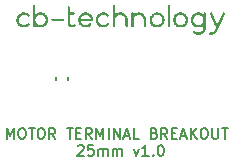
<source format=gbr>
%TF.GenerationSoftware,KiCad,Pcbnew,(6.0.0)*%
%TF.CreationDate,2022-07-17T22:10:51+12:00*%
%TF.ProjectId,MOTOR_TERMINAL_BREAKOUT_25,4d4f544f-525f-4544-9552-4d494e414c5f,0A*%
%TF.SameCoordinates,Original*%
%TF.FileFunction,Legend,Top*%
%TF.FilePolarity,Positive*%
%FSLAX46Y46*%
G04 Gerber Fmt 4.6, Leading zero omitted, Abs format (unit mm)*
G04 Created by KiCad (PCBNEW (6.0.0)) date 2022-07-17 22:10:51*
%MOMM*%
%LPD*%
G01*
G04 APERTURE LIST*
%ADD10C,0.200000*%
%ADD11C,0.150000*%
G04 APERTURE END LIST*
D10*
X210357142Y-155082642D02*
X210357142Y-154182642D01*
X210657142Y-154825500D01*
X210957142Y-154182642D01*
X210957142Y-155082642D01*
X211557142Y-154182642D02*
X211728571Y-154182642D01*
X211814285Y-154225500D01*
X211900000Y-154311214D01*
X211942857Y-154482642D01*
X211942857Y-154782642D01*
X211900000Y-154954071D01*
X211814285Y-155039785D01*
X211728571Y-155082642D01*
X211557142Y-155082642D01*
X211471428Y-155039785D01*
X211385714Y-154954071D01*
X211342857Y-154782642D01*
X211342857Y-154482642D01*
X211385714Y-154311214D01*
X211471428Y-154225500D01*
X211557142Y-154182642D01*
X212200000Y-154182642D02*
X212714285Y-154182642D01*
X212457142Y-155082642D02*
X212457142Y-154182642D01*
X213185714Y-154182642D02*
X213357142Y-154182642D01*
X213442857Y-154225500D01*
X213528571Y-154311214D01*
X213571428Y-154482642D01*
X213571428Y-154782642D01*
X213528571Y-154954071D01*
X213442857Y-155039785D01*
X213357142Y-155082642D01*
X213185714Y-155082642D01*
X213100000Y-155039785D01*
X213014285Y-154954071D01*
X212971428Y-154782642D01*
X212971428Y-154482642D01*
X213014285Y-154311214D01*
X213100000Y-154225500D01*
X213185714Y-154182642D01*
X214471428Y-155082642D02*
X214171428Y-154654071D01*
X213957142Y-155082642D02*
X213957142Y-154182642D01*
X214300000Y-154182642D01*
X214385714Y-154225500D01*
X214428571Y-154268357D01*
X214471428Y-154354071D01*
X214471428Y-154482642D01*
X214428571Y-154568357D01*
X214385714Y-154611214D01*
X214300000Y-154654071D01*
X213957142Y-154654071D01*
X215414285Y-154182642D02*
X215928571Y-154182642D01*
X215671428Y-155082642D02*
X215671428Y-154182642D01*
X216228571Y-154611214D02*
X216528571Y-154611214D01*
X216657142Y-155082642D02*
X216228571Y-155082642D01*
X216228571Y-154182642D01*
X216657142Y-154182642D01*
X217557142Y-155082642D02*
X217257142Y-154654071D01*
X217042857Y-155082642D02*
X217042857Y-154182642D01*
X217385714Y-154182642D01*
X217471428Y-154225500D01*
X217514285Y-154268357D01*
X217557142Y-154354071D01*
X217557142Y-154482642D01*
X217514285Y-154568357D01*
X217471428Y-154611214D01*
X217385714Y-154654071D01*
X217042857Y-154654071D01*
X217942857Y-155082642D02*
X217942857Y-154182642D01*
X218242857Y-154825500D01*
X218542857Y-154182642D01*
X218542857Y-155082642D01*
X218971428Y-155082642D02*
X218971428Y-154182642D01*
X219400000Y-155082642D02*
X219400000Y-154182642D01*
X219914285Y-155082642D01*
X219914285Y-154182642D01*
X220300000Y-154825500D02*
X220728571Y-154825500D01*
X220214285Y-155082642D02*
X220514285Y-154182642D01*
X220814285Y-155082642D01*
X221542857Y-155082642D02*
X221114285Y-155082642D01*
X221114285Y-154182642D01*
X222828571Y-154611214D02*
X222957142Y-154654071D01*
X223000000Y-154696928D01*
X223042857Y-154782642D01*
X223042857Y-154911214D01*
X223000000Y-154996928D01*
X222957142Y-155039785D01*
X222871428Y-155082642D01*
X222528571Y-155082642D01*
X222528571Y-154182642D01*
X222828571Y-154182642D01*
X222914285Y-154225500D01*
X222957142Y-154268357D01*
X223000000Y-154354071D01*
X223000000Y-154439785D01*
X222957142Y-154525500D01*
X222914285Y-154568357D01*
X222828571Y-154611214D01*
X222528571Y-154611214D01*
X223942857Y-155082642D02*
X223642857Y-154654071D01*
X223428571Y-155082642D02*
X223428571Y-154182642D01*
X223771428Y-154182642D01*
X223857142Y-154225500D01*
X223900000Y-154268357D01*
X223942857Y-154354071D01*
X223942857Y-154482642D01*
X223900000Y-154568357D01*
X223857142Y-154611214D01*
X223771428Y-154654071D01*
X223428571Y-154654071D01*
X224328571Y-154611214D02*
X224628571Y-154611214D01*
X224757142Y-155082642D02*
X224328571Y-155082642D01*
X224328571Y-154182642D01*
X224757142Y-154182642D01*
X225100000Y-154825500D02*
X225528571Y-154825500D01*
X225014285Y-155082642D02*
X225314285Y-154182642D01*
X225614285Y-155082642D01*
X225914285Y-155082642D02*
X225914285Y-154182642D01*
X226428571Y-155082642D02*
X226042857Y-154568357D01*
X226428571Y-154182642D02*
X225914285Y-154696928D01*
X226985714Y-154182642D02*
X227157142Y-154182642D01*
X227242857Y-154225500D01*
X227328571Y-154311214D01*
X227371428Y-154482642D01*
X227371428Y-154782642D01*
X227328571Y-154954071D01*
X227242857Y-155039785D01*
X227157142Y-155082642D01*
X226985714Y-155082642D01*
X226900000Y-155039785D01*
X226814285Y-154954071D01*
X226771428Y-154782642D01*
X226771428Y-154482642D01*
X226814285Y-154311214D01*
X226900000Y-154225500D01*
X226985714Y-154182642D01*
X227757142Y-154182642D02*
X227757142Y-154911214D01*
X227800000Y-154996928D01*
X227842857Y-155039785D01*
X227928571Y-155082642D01*
X228100000Y-155082642D01*
X228185714Y-155039785D01*
X228228571Y-154996928D01*
X228271428Y-154911214D01*
X228271428Y-154182642D01*
X228571428Y-154182642D02*
X229085714Y-154182642D01*
X228828571Y-155082642D02*
X228828571Y-154182642D01*
X216357142Y-155717357D02*
X216400000Y-155674500D01*
X216485714Y-155631642D01*
X216700000Y-155631642D01*
X216785714Y-155674500D01*
X216828571Y-155717357D01*
X216871428Y-155803071D01*
X216871428Y-155888785D01*
X216828571Y-156017357D01*
X216314285Y-156531642D01*
X216871428Y-156531642D01*
X217685714Y-155631642D02*
X217257142Y-155631642D01*
X217214285Y-156060214D01*
X217257142Y-156017357D01*
X217342857Y-155974500D01*
X217557142Y-155974500D01*
X217642857Y-156017357D01*
X217685714Y-156060214D01*
X217728571Y-156145928D01*
X217728571Y-156360214D01*
X217685714Y-156445928D01*
X217642857Y-156488785D01*
X217557142Y-156531642D01*
X217342857Y-156531642D01*
X217257142Y-156488785D01*
X217214285Y-156445928D01*
X218114285Y-156531642D02*
X218114285Y-155931642D01*
X218114285Y-156017357D02*
X218157142Y-155974500D01*
X218242857Y-155931642D01*
X218371428Y-155931642D01*
X218457142Y-155974500D01*
X218500000Y-156060214D01*
X218500000Y-156531642D01*
X218500000Y-156060214D02*
X218542857Y-155974500D01*
X218628571Y-155931642D01*
X218757142Y-155931642D01*
X218842857Y-155974500D01*
X218885714Y-156060214D01*
X218885714Y-156531642D01*
X219314285Y-156531642D02*
X219314285Y-155931642D01*
X219314285Y-156017357D02*
X219357142Y-155974500D01*
X219442857Y-155931642D01*
X219571428Y-155931642D01*
X219657142Y-155974500D01*
X219700000Y-156060214D01*
X219700000Y-156531642D01*
X219700000Y-156060214D02*
X219742857Y-155974500D01*
X219828571Y-155931642D01*
X219957142Y-155931642D01*
X220042857Y-155974500D01*
X220085714Y-156060214D01*
X220085714Y-156531642D01*
X221114285Y-155931642D02*
X221328571Y-156531642D01*
X221542857Y-155931642D01*
X222357142Y-156531642D02*
X221842857Y-156531642D01*
X222100000Y-156531642D02*
X222100000Y-155631642D01*
X222014285Y-155760214D01*
X221928571Y-155845928D01*
X221842857Y-155888785D01*
X222742857Y-156445928D02*
X222785714Y-156488785D01*
X222742857Y-156531642D01*
X222700000Y-156488785D01*
X222742857Y-156445928D01*
X222742857Y-156531642D01*
X223342857Y-155631642D02*
X223428571Y-155631642D01*
X223514285Y-155674500D01*
X223557142Y-155717357D01*
X223600000Y-155803071D01*
X223642857Y-155974500D01*
X223642857Y-156188785D01*
X223600000Y-156360214D01*
X223557142Y-156445928D01*
X223514285Y-156488785D01*
X223428571Y-156531642D01*
X223342857Y-156531642D01*
X223257142Y-156488785D01*
X223214285Y-156445928D01*
X223171428Y-156360214D01*
X223128571Y-156188785D01*
X223128571Y-155974500D01*
X223171428Y-155803071D01*
X223214285Y-155717357D01*
X223257142Y-155674500D01*
X223342857Y-155631642D01*
%TO.C,G\u002A\u002A\u002A*%
G36*
X211923464Y-144375761D02*
G01*
X212007844Y-144396282D01*
X212037091Y-144406136D01*
X212076834Y-144422740D01*
X212117932Y-144443842D01*
X212158469Y-144468091D01*
X212196531Y-144494137D01*
X212230202Y-144520632D01*
X212257568Y-144546223D01*
X212276715Y-144569562D01*
X212282094Y-144578879D01*
X212292124Y-144611123D01*
X212291937Y-144642429D01*
X212282818Y-144671121D01*
X212266049Y-144695523D01*
X212242914Y-144713959D01*
X212214698Y-144724754D01*
X212182682Y-144726231D01*
X212170777Y-144724227D01*
X212158855Y-144721299D01*
X212148844Y-144717694D01*
X212138553Y-144712008D01*
X212125790Y-144702836D01*
X212108366Y-144688775D01*
X212085317Y-144669456D01*
X212035439Y-144633700D01*
X211979648Y-144604559D01*
X211923529Y-144584693D01*
X211890790Y-144578568D01*
X211850705Y-144575006D01*
X211807303Y-144574019D01*
X211764612Y-144575617D01*
X211726662Y-144579811D01*
X211705882Y-144584083D01*
X211640458Y-144607320D01*
X211579693Y-144640790D01*
X211524831Y-144683469D01*
X211477115Y-144734331D01*
X211437790Y-144792351D01*
X211425969Y-144814706D01*
X211404258Y-144865479D01*
X211390516Y-144914856D01*
X211383973Y-144966710D01*
X211383860Y-145024918D01*
X211383932Y-145026471D01*
X211391422Y-145094261D01*
X211407612Y-145155311D01*
X211433296Y-145211414D01*
X211469268Y-145264367D01*
X211508823Y-145308536D01*
X211560102Y-145354035D01*
X211613242Y-145388564D01*
X211669974Y-145412883D01*
X211732032Y-145427751D01*
X211794117Y-145433690D01*
X211839852Y-145434229D01*
X211877823Y-145431694D01*
X211905882Y-145427138D01*
X211950784Y-145413931D01*
X211998599Y-145393278D01*
X212045301Y-145367235D01*
X212086866Y-145337857D01*
X212096428Y-145329844D01*
X212124801Y-145306938D01*
X212148907Y-145292275D01*
X212171528Y-145284683D01*
X212195448Y-145282985D01*
X212205816Y-145283676D01*
X212238106Y-145292111D01*
X212264083Y-145310124D01*
X212282552Y-145336878D01*
X212282909Y-145337654D01*
X212292249Y-145366067D01*
X212293360Y-145393318D01*
X212285746Y-145420219D01*
X212268915Y-145447583D01*
X212242372Y-145476222D01*
X212205622Y-145506946D01*
X212160283Y-145539157D01*
X212094653Y-145577089D01*
X212023167Y-145607530D01*
X211967647Y-145624436D01*
X211933994Y-145630759D01*
X211892205Y-145635402D01*
X211845806Y-145638254D01*
X211798320Y-145639208D01*
X211753271Y-145638154D01*
X211714183Y-145634984D01*
X211698948Y-145632745D01*
X211617737Y-145612488D01*
X211540106Y-145581202D01*
X211466724Y-145539256D01*
X211398261Y-145487018D01*
X211349255Y-145439948D01*
X211293522Y-145373474D01*
X211248875Y-145303486D01*
X211215151Y-145229541D01*
X211192188Y-145151199D01*
X211179825Y-145068018D01*
X211177899Y-144979558D01*
X211178111Y-144974100D01*
X211185628Y-144893499D01*
X211201470Y-144819754D01*
X211226258Y-144750831D01*
X211260614Y-144684693D01*
X211272092Y-144666303D01*
X211324663Y-144595247D01*
X211384169Y-144533210D01*
X211449758Y-144480481D01*
X211520582Y-144437349D01*
X211595790Y-144404103D01*
X211674532Y-144381032D01*
X211755959Y-144368425D01*
X211839219Y-144366572D01*
X211923464Y-144375761D01*
G37*
G36*
X218580782Y-144369283D02*
G01*
X218660529Y-144381345D01*
X218737717Y-144402956D01*
X218811065Y-144433903D01*
X218879291Y-144473975D01*
X218941116Y-144522960D01*
X218953924Y-144535101D01*
X218975882Y-144558030D01*
X218990033Y-144576617D01*
X218998162Y-144593336D01*
X218999762Y-144598617D01*
X219003476Y-144632849D01*
X218996893Y-144664035D01*
X218981288Y-144690496D01*
X218957934Y-144710554D01*
X218928107Y-144722532D01*
X218903612Y-144725210D01*
X218885389Y-144724449D01*
X218869959Y-144721309D01*
X218854721Y-144714504D01*
X218837073Y-144702751D01*
X218814415Y-144684762D01*
X218803810Y-144675907D01*
X218743981Y-144633163D01*
X218678223Y-144600576D01*
X218641176Y-144587494D01*
X218604798Y-144579471D01*
X218561178Y-144574776D01*
X218514373Y-144573457D01*
X218468437Y-144575562D01*
X218427428Y-144581141D01*
X218411764Y-144584769D01*
X218347668Y-144608147D01*
X218287699Y-144641762D01*
X218233330Y-144684393D01*
X218186029Y-144734817D01*
X218147268Y-144791812D01*
X218135197Y-144814706D01*
X218116390Y-144858201D01*
X218103887Y-144900121D01*
X218096802Y-144944543D01*
X218094250Y-144995540D01*
X218094204Y-145003471D01*
X218098421Y-145073099D01*
X218111702Y-145136111D01*
X218134697Y-145194084D01*
X218168055Y-145248594D01*
X218212427Y-145301216D01*
X218220352Y-145309325D01*
X218245848Y-145334194D01*
X218267078Y-145352668D01*
X218287446Y-145367273D01*
X218310357Y-145380535D01*
X218329411Y-145390213D01*
X218395546Y-145416478D01*
X218463540Y-145431696D01*
X218532145Y-145435961D01*
X218600114Y-145429368D01*
X218666199Y-145412011D01*
X218729153Y-145383985D01*
X218772625Y-145356692D01*
X218792119Y-145342134D01*
X218809160Y-145328322D01*
X218820217Y-145318125D01*
X218820588Y-145317719D01*
X218846053Y-145297673D01*
X218877114Y-145285910D01*
X218910463Y-145283028D01*
X218942791Y-145289623D01*
X218952582Y-145293935D01*
X218976963Y-145312511D01*
X218993823Y-145337974D01*
X219002535Y-145367682D01*
X219002473Y-145398988D01*
X218993011Y-145429248D01*
X218987071Y-145439546D01*
X218966364Y-145464431D01*
X218936560Y-145491466D01*
X218899782Y-145519261D01*
X218858153Y-145546424D01*
X218813794Y-145571567D01*
X218768829Y-145593299D01*
X218727524Y-145609506D01*
X218668568Y-145625426D01*
X218603001Y-145635943D01*
X218534804Y-145640770D01*
X218467957Y-145639621D01*
X218407847Y-145632467D01*
X218337745Y-145615275D01*
X218268628Y-145588931D01*
X218234108Y-145572340D01*
X218188315Y-145546640D01*
X218146634Y-145517949D01*
X218105992Y-145483897D01*
X218063315Y-145442110D01*
X218057680Y-145436221D01*
X218003589Y-145372311D01*
X217960372Y-145305349D01*
X217927246Y-145233850D01*
X217903425Y-145156326D01*
X217898721Y-145135294D01*
X217892739Y-145094899D01*
X217889515Y-145047084D01*
X217888966Y-144995370D01*
X217891006Y-144943275D01*
X217895551Y-144894319D01*
X217902517Y-144852023D01*
X217905833Y-144838236D01*
X217920022Y-144794805D01*
X217939785Y-144747054D01*
X217963005Y-144699568D01*
X217987565Y-144656928D01*
X217994491Y-144646338D01*
X218029087Y-144601587D01*
X218071912Y-144556360D01*
X218120222Y-144512972D01*
X218171272Y-144473737D01*
X218222318Y-144440973D01*
X218261820Y-144420748D01*
X218338994Y-144392501D01*
X218418733Y-144374649D01*
X218499756Y-144366980D01*
X218580782Y-144369283D01*
G37*
G36*
X224122034Y-143731153D02*
G01*
X224152302Y-143741739D01*
X224154221Y-143742834D01*
X224174615Y-143758663D01*
X224190956Y-143778178D01*
X224192710Y-143781107D01*
X224205882Y-143804543D01*
X224205882Y-145566614D01*
X224190922Y-145592140D01*
X224170084Y-145616796D01*
X224142685Y-145633334D01*
X224111417Y-145640909D01*
X224078968Y-145638673D01*
X224061473Y-145632903D01*
X224039051Y-145617732D01*
X224019767Y-145594863D01*
X224006943Y-145568361D01*
X224005960Y-145564997D01*
X224005008Y-145555869D01*
X224004160Y-145535889D01*
X224003416Y-145504978D01*
X224002774Y-145463054D01*
X224002236Y-145410038D01*
X224001800Y-145345848D01*
X224001466Y-145270405D01*
X224001234Y-145183628D01*
X224001102Y-145085437D01*
X224001072Y-144975750D01*
X224001142Y-144854488D01*
X224001311Y-144721570D01*
X224001394Y-144672617D01*
X224001610Y-144554148D01*
X224001824Y-144446876D01*
X224002041Y-144350233D01*
X224002271Y-144263650D01*
X224002519Y-144186562D01*
X224002794Y-144118398D01*
X224003104Y-144058593D01*
X224003456Y-144006577D01*
X224003857Y-143961783D01*
X224004315Y-143923644D01*
X224004838Y-143891591D01*
X224005433Y-143865056D01*
X224006108Y-143843472D01*
X224006870Y-143826270D01*
X224007727Y-143812884D01*
X224008687Y-143802745D01*
X224009756Y-143795285D01*
X224010944Y-143789937D01*
X224012256Y-143786132D01*
X224013229Y-143784128D01*
X224033531Y-143758068D01*
X224060119Y-143740059D01*
X224090463Y-143730840D01*
X224122034Y-143731153D01*
G37*
G36*
X214764438Y-144900269D02*
G01*
X214838505Y-144900311D01*
X214902417Y-144900404D01*
X214956979Y-144900566D01*
X215002997Y-144900816D01*
X215041275Y-144901171D01*
X215072618Y-144901650D01*
X215097831Y-144902272D01*
X215117720Y-144903055D01*
X215133089Y-144904018D01*
X215144743Y-144905178D01*
X215153487Y-144906554D01*
X215160127Y-144908165D01*
X215165466Y-144910028D01*
X215168728Y-144911432D01*
X215193042Y-144928209D01*
X215212942Y-144952729D01*
X215225485Y-144981061D01*
X215227372Y-144989715D01*
X215226602Y-145018824D01*
X215216492Y-145048034D01*
X215198938Y-145073967D01*
X215175839Y-145093245D01*
X215166640Y-145097859D01*
X215157022Y-145099421D01*
X215136757Y-145100827D01*
X215106945Y-145102076D01*
X215068686Y-145103170D01*
X215023083Y-145104108D01*
X214971235Y-145104890D01*
X214914245Y-145105518D01*
X214853212Y-145105991D01*
X214789239Y-145106309D01*
X214723426Y-145106473D01*
X214656875Y-145106483D01*
X214590685Y-145106340D01*
X214525959Y-145106043D01*
X214463798Y-145105593D01*
X214405302Y-145104991D01*
X214351572Y-145104236D01*
X214303710Y-145103328D01*
X214262816Y-145102269D01*
X214229992Y-145101058D01*
X214206339Y-145099696D01*
X214192957Y-145098182D01*
X214190884Y-145097609D01*
X214166786Y-145081290D01*
X214147423Y-145057152D01*
X214134709Y-145028671D01*
X214130561Y-144999324D01*
X214131450Y-144989715D01*
X214141212Y-144961005D01*
X214159214Y-144934929D01*
X214182513Y-144915418D01*
X214190094Y-144911432D01*
X214195013Y-144909389D01*
X214200690Y-144907610D01*
X214207931Y-144906078D01*
X214217540Y-144904775D01*
X214230324Y-144903681D01*
X214247086Y-144902780D01*
X214268631Y-144902052D01*
X214295765Y-144901478D01*
X214329293Y-144901042D01*
X214370020Y-144900723D01*
X214418750Y-144900504D01*
X214476288Y-144900367D01*
X214543441Y-144900292D01*
X214621012Y-144900263D01*
X214679411Y-144900259D01*
X214764438Y-144900269D01*
G37*
G36*
X212592139Y-143778190D02*
G01*
X212615052Y-143752196D01*
X212642360Y-143735885D01*
X212672002Y-143729108D01*
X212701914Y-143731717D01*
X212730034Y-143743560D01*
X212754300Y-143764489D01*
X212771235Y-143791177D01*
X212773484Y-143796621D01*
X212775401Y-143803068D01*
X212777013Y-143811445D01*
X212778347Y-143822680D01*
X212779429Y-143837704D01*
X212780285Y-143857443D01*
X212780944Y-143882827D01*
X212781431Y-143914784D01*
X212781774Y-143954243D01*
X212781998Y-144002131D01*
X212782132Y-144059379D01*
X212782202Y-144126913D01*
X212782223Y-144172059D01*
X212782324Y-144235692D01*
X212782569Y-144295701D01*
X212782946Y-144351074D01*
X212783439Y-144400802D01*
X212784034Y-144443874D01*
X212784718Y-144479280D01*
X212785476Y-144506008D01*
X212786295Y-144523050D01*
X212787160Y-144529394D01*
X212787209Y-144529412D01*
X212794182Y-144525514D01*
X212804633Y-144516022D01*
X212805641Y-144514962D01*
X212817033Y-144504773D01*
X212834851Y-144490932D01*
X212855610Y-144476121D01*
X212859649Y-144473385D01*
X212933324Y-144430826D01*
X213010893Y-144398907D01*
X213091241Y-144377636D01*
X213173256Y-144367024D01*
X213255823Y-144367080D01*
X213337827Y-144377815D01*
X213418155Y-144399238D01*
X213495692Y-144431359D01*
X213558721Y-144467178D01*
X213591105Y-144490756D01*
X213627088Y-144521286D01*
X213663750Y-144555927D01*
X213698172Y-144591839D01*
X213727434Y-144626180D01*
X213741206Y-144644715D01*
X213784551Y-144717603D01*
X213817352Y-144795188D01*
X213839355Y-144876463D01*
X213850305Y-144960420D01*
X213849948Y-145046051D01*
X213848064Y-145067591D01*
X213834169Y-145152990D01*
X213810733Y-145231871D01*
X213777305Y-145305184D01*
X213733432Y-145373878D01*
X213678662Y-145438904D01*
X213664841Y-145453077D01*
X213599297Y-145511436D01*
X213530371Y-145558617D01*
X213457540Y-145594852D01*
X213380281Y-145620376D01*
X213298070Y-145635420D01*
X213247058Y-145639474D01*
X213160013Y-145638664D01*
X213078854Y-145628056D01*
X213002480Y-145607316D01*
X212929786Y-145576110D01*
X212859670Y-145534102D01*
X212830882Y-145513277D01*
X212782352Y-145476389D01*
X212782223Y-145516136D01*
X212777860Y-145557136D01*
X212765368Y-145591017D01*
X212745211Y-145616946D01*
X212717855Y-145634094D01*
X212715793Y-145634903D01*
X212684697Y-145641019D01*
X212652535Y-145637696D01*
X212627117Y-145627265D01*
X212608960Y-145612795D01*
X212593004Y-145594528D01*
X212590382Y-145590530D01*
X212576530Y-145567647D01*
X212576511Y-145002942D01*
X212785668Y-145002942D01*
X212785832Y-145038400D01*
X212786586Y-145064988D01*
X212788266Y-145085599D01*
X212791212Y-145103125D01*
X212795760Y-145120459D01*
X212801488Y-145138236D01*
X212829602Y-145203887D01*
X212867150Y-145263239D01*
X212913197Y-145315422D01*
X212966810Y-145359565D01*
X213027057Y-145394799D01*
X213093002Y-145420254D01*
X213108823Y-145424619D01*
X213150639Y-145431808D01*
X213199147Y-145434484D01*
X213250246Y-145432819D01*
X213299834Y-145426984D01*
X213343811Y-145417150D01*
X213352360Y-145414455D01*
X213414778Y-145387541D01*
X213471352Y-145351341D01*
X213521341Y-145307067D01*
X213564001Y-145255931D01*
X213598590Y-145199146D01*
X213624365Y-145137924D01*
X213640584Y-145073478D01*
X213646505Y-145007018D01*
X213641742Y-144942010D01*
X213626805Y-144875527D01*
X213603328Y-144815799D01*
X213570318Y-144760903D01*
X213526780Y-144708917D01*
X213515061Y-144697059D01*
X213465056Y-144653274D01*
X213413945Y-144620036D01*
X213359321Y-144596196D01*
X213298777Y-144580610D01*
X213258184Y-144574695D01*
X213187383Y-144572559D01*
X213118654Y-144581793D01*
X213052977Y-144602057D01*
X212991331Y-144633006D01*
X212934697Y-144674298D01*
X212911175Y-144696095D01*
X212864500Y-144750254D01*
X212827018Y-144810139D01*
X212802063Y-144867647D01*
X212795619Y-144887080D01*
X212791122Y-144903941D01*
X212788227Y-144921101D01*
X212786584Y-144941426D01*
X212785847Y-144967785D01*
X212785668Y-145002942D01*
X212576511Y-145002942D01*
X212576470Y-143802355D01*
X212592139Y-143778190D01*
G37*
G36*
X222450779Y-144967215D02*
G01*
X222452021Y-144931567D01*
X222454543Y-144901993D01*
X222458539Y-144875665D01*
X222460744Y-144864706D01*
X222483366Y-144786900D01*
X222516654Y-144712334D01*
X222559696Y-144642147D01*
X222611582Y-144577479D01*
X222671402Y-144519469D01*
X222738244Y-144469257D01*
X222808823Y-144429131D01*
X222861256Y-144405961D01*
X222911585Y-144389112D01*
X222964409Y-144377295D01*
X223021545Y-144369507D01*
X223107625Y-144366252D01*
X223191832Y-144374433D01*
X223273376Y-144393773D01*
X223351464Y-144423991D01*
X223425307Y-144464810D01*
X223494113Y-144515951D01*
X223529610Y-144548463D01*
X223588944Y-144614416D01*
X223637367Y-144684762D01*
X223674910Y-144759566D01*
X223701602Y-144838892D01*
X223717474Y-144922805D01*
X223721390Y-144967018D01*
X223720842Y-145055077D01*
X223709115Y-145139576D01*
X223686326Y-145220206D01*
X223652593Y-145296658D01*
X223608036Y-145368621D01*
X223552772Y-145435785D01*
X223536168Y-145452918D01*
X223471335Y-145510639D01*
X223403242Y-145557386D01*
X223330922Y-145593727D01*
X223253408Y-145620225D01*
X223247758Y-145621728D01*
X223205431Y-145630236D01*
X223155814Y-145636137D01*
X223102770Y-145639285D01*
X223050164Y-145639536D01*
X223001858Y-145636745D01*
X222968560Y-145632160D01*
X222885973Y-145610738D01*
X222807893Y-145578926D01*
X222735162Y-145537505D01*
X222668618Y-145487256D01*
X222609103Y-145428961D01*
X222557457Y-145363399D01*
X222514520Y-145291351D01*
X222481133Y-145213599D01*
X222466264Y-145165406D01*
X222460370Y-145141726D01*
X222456191Y-145120333D01*
X222453424Y-145098236D01*
X222451764Y-145072445D01*
X222450907Y-145039970D01*
X222450679Y-145017402D01*
X222652382Y-145017402D01*
X222659607Y-145085065D01*
X222677826Y-145150740D01*
X222706886Y-145213485D01*
X222746636Y-145272365D01*
X222779411Y-145309428D01*
X222831093Y-145354769D01*
X222887761Y-145389995D01*
X222950750Y-145415847D01*
X222991176Y-145426947D01*
X223023337Y-145431746D01*
X223062984Y-145433719D01*
X223106223Y-145433025D01*
X223149160Y-145429823D01*
X223187902Y-145424274D01*
X223214705Y-145417803D01*
X223278234Y-145391815D01*
X223336942Y-145355657D01*
X223389657Y-145310345D01*
X223435204Y-145256895D01*
X223472408Y-145196324D01*
X223473733Y-145193712D01*
X223497836Y-145133213D01*
X223512158Y-145068136D01*
X223516612Y-145000573D01*
X223511109Y-144932616D01*
X223495560Y-144866356D01*
X223488444Y-144845840D01*
X223464226Y-144795512D01*
X223430601Y-144745935D01*
X223389801Y-144699559D01*
X223344060Y-144658836D01*
X223295611Y-144626215D01*
X223281314Y-144618591D01*
X223239769Y-144599539D01*
X223201785Y-144586494D01*
X223163298Y-144578531D01*
X223120239Y-144574726D01*
X223085294Y-144574043D01*
X223036988Y-144575466D01*
X222995962Y-144580371D01*
X222958007Y-144589710D01*
X222918913Y-144604436D01*
X222888235Y-144618646D01*
X222864283Y-144631210D01*
X222843531Y-144644429D01*
X222822998Y-144660569D01*
X222799705Y-144681892D01*
X222781681Y-144699596D01*
X222756741Y-144725096D01*
X222738292Y-144745827D01*
X222724052Y-144764855D01*
X222711739Y-144785252D01*
X222699072Y-144810084D01*
X222698212Y-144811863D01*
X222671532Y-144879862D01*
X222656306Y-144948688D01*
X222652382Y-145017402D01*
X222450679Y-145017402D01*
X222450622Y-145011765D01*
X222450779Y-144967215D01*
G37*
G36*
X225963312Y-144831314D02*
G01*
X225990617Y-144751928D01*
X226028423Y-144677451D01*
X226076485Y-144608352D01*
X226134560Y-144545098D01*
X226202406Y-144488158D01*
X226212803Y-144480622D01*
X226282865Y-144437729D01*
X226357483Y-144404925D01*
X226435422Y-144382183D01*
X226515444Y-144369477D01*
X226596315Y-144366779D01*
X226676798Y-144374062D01*
X226755659Y-144391300D01*
X226831660Y-144418466D01*
X226903566Y-144455533D01*
X226963235Y-144496921D01*
X227011764Y-144535324D01*
X227011764Y-144491002D01*
X227013589Y-144456179D01*
X227019808Y-144429617D01*
X227031537Y-144408279D01*
X227048875Y-144390012D01*
X227076387Y-144373262D01*
X227107970Y-144366124D01*
X227140005Y-144369338D01*
X227144064Y-144370571D01*
X227169074Y-144383921D01*
X227191431Y-144404854D01*
X227207490Y-144429566D01*
X227211773Y-144441209D01*
X227212893Y-144450087D01*
X227213863Y-144468019D01*
X227214685Y-144495272D01*
X227215360Y-144532114D01*
X227215891Y-144578810D01*
X227216278Y-144635628D01*
X227216524Y-144702834D01*
X227216631Y-144780697D01*
X227216600Y-144869483D01*
X227216433Y-144969459D01*
X227216131Y-145080891D01*
X227216074Y-145098604D01*
X227215752Y-145201015D01*
X227215462Y-145292390D01*
X227215165Y-145373458D01*
X227214822Y-145444948D01*
X227214392Y-145507587D01*
X227213837Y-145562105D01*
X227213117Y-145609230D01*
X227212192Y-145649691D01*
X227211022Y-145684215D01*
X227209568Y-145713533D01*
X227207791Y-145738373D01*
X227205650Y-145759462D01*
X227203105Y-145777530D01*
X227200119Y-145793306D01*
X227196649Y-145807517D01*
X227192658Y-145820893D01*
X227188105Y-145834162D01*
X227182951Y-145848053D01*
X227177156Y-145863294D01*
X227174031Y-145871584D01*
X227144004Y-145937840D01*
X227104485Y-146000858D01*
X227054521Y-146062073D01*
X227032352Y-146085410D01*
X226992160Y-146124236D01*
X226954953Y-146155569D01*
X226917383Y-146181832D01*
X226876099Y-146205443D01*
X226844838Y-146220917D01*
X226806023Y-146238312D01*
X226771177Y-146251452D01*
X226737395Y-146260947D01*
X226701774Y-146267406D01*
X226661408Y-146271440D01*
X226613394Y-146273657D01*
X226591176Y-146274176D01*
X226544119Y-146274649D01*
X226506985Y-146274037D01*
X226477973Y-146272259D01*
X226455284Y-146269236D01*
X226447976Y-146267750D01*
X226364023Y-146243738D01*
X226287606Y-146211107D01*
X226217819Y-146169433D01*
X226183781Y-146143993D01*
X226153878Y-146119297D01*
X226132313Y-146099287D01*
X226117763Y-146081936D01*
X226108905Y-146065216D01*
X226104419Y-146047098D01*
X226102980Y-146025553D01*
X226102941Y-146020007D01*
X226104958Y-145988733D01*
X226112093Y-145965803D01*
X226125971Y-145948331D01*
X226148214Y-145933428D01*
X226153061Y-145930883D01*
X226182793Y-145919996D01*
X226211448Y-145919005D01*
X226240538Y-145928238D01*
X226271572Y-145948026D01*
X226285889Y-145959861D01*
X226331807Y-145996371D01*
X226377176Y-146024329D01*
X226425863Y-146046086D01*
X226430669Y-146047867D01*
X226495087Y-146065383D01*
X226562450Y-146072629D01*
X226630505Y-146069750D01*
X226697001Y-146056892D01*
X226759684Y-146034199D01*
X226777221Y-146025593D01*
X226835120Y-145988793D01*
X226886860Y-145942825D01*
X226931242Y-145889191D01*
X226967065Y-145829390D01*
X226993131Y-145764924D01*
X226997509Y-145750000D01*
X227000238Y-145735333D01*
X227002880Y-145712728D01*
X227005351Y-145684151D01*
X227007570Y-145651568D01*
X227009452Y-145616946D01*
X227010916Y-145582250D01*
X227011878Y-145549447D01*
X227012255Y-145520501D01*
X227011965Y-145497379D01*
X227010925Y-145482047D01*
X227009051Y-145476471D01*
X227009042Y-145476471D01*
X227002784Y-145480069D01*
X226990512Y-145489479D01*
X226975676Y-145501982D01*
X226927634Y-145538258D01*
X226871156Y-145571207D01*
X226809445Y-145599221D01*
X226745706Y-145620690D01*
X226732352Y-145624219D01*
X226694554Y-145631460D01*
X226649103Y-145636668D01*
X226599965Y-145639663D01*
X226551107Y-145640265D01*
X226506494Y-145638293D01*
X226481875Y-145635580D01*
X226399393Y-145617822D01*
X226321367Y-145589279D01*
X226247631Y-145549863D01*
X226178019Y-145499486D01*
X226114409Y-145440200D01*
X226058887Y-145375036D01*
X226014418Y-145306664D01*
X225980715Y-145234359D01*
X225957491Y-145157396D01*
X225944458Y-145075050D01*
X225941176Y-145002942D01*
X225941210Y-145002412D01*
X226147160Y-145002412D01*
X226150080Y-145061746D01*
X226159066Y-145114053D01*
X226174788Y-145162760D01*
X226181720Y-145178960D01*
X226216422Y-145241714D01*
X226259954Y-145297245D01*
X226311369Y-145344756D01*
X226369720Y-145383450D01*
X226434060Y-145412529D01*
X226473529Y-145424619D01*
X226514385Y-145431667D01*
X226561980Y-145434427D01*
X226612160Y-145433061D01*
X226660774Y-145427733D01*
X226703669Y-145418605D01*
X226714705Y-145415182D01*
X226777137Y-145388035D01*
X226834935Y-145350390D01*
X226888654Y-145301886D01*
X226889452Y-145301052D01*
X226934859Y-145246228D01*
X226969220Y-145188004D01*
X226993019Y-145125324D01*
X227006737Y-145057131D01*
X227008507Y-145040666D01*
X227009010Y-144973121D01*
X226998657Y-144906908D01*
X226978251Y-144843284D01*
X226948597Y-144783507D01*
X226910497Y-144728834D01*
X226864757Y-144680523D01*
X226812179Y-144639832D01*
X226753568Y-144608017D01*
X226724717Y-144596680D01*
X226655592Y-144578608D01*
X226586162Y-144571879D01*
X226517565Y-144576162D01*
X226450939Y-144591124D01*
X226387420Y-144616433D01*
X226328147Y-144651756D01*
X226274257Y-144696760D01*
X226235775Y-144739526D01*
X226197449Y-144796923D01*
X226169956Y-144858748D01*
X226153224Y-144925209D01*
X226147184Y-144996517D01*
X226147160Y-145002412D01*
X225941210Y-145002412D01*
X225946751Y-144915141D01*
X225963312Y-144831314D01*
G37*
G36*
X227671680Y-144368686D02*
G01*
X227699179Y-144378703D01*
X227723489Y-144398057D01*
X227730511Y-144406654D01*
X227735059Y-144414860D01*
X227744086Y-144432986D01*
X227757220Y-144460233D01*
X227774089Y-144495804D01*
X227794320Y-144538900D01*
X227817542Y-144588722D01*
X227843382Y-144644474D01*
X227871469Y-144705356D01*
X227901430Y-144770570D01*
X227932894Y-144839318D01*
X227964587Y-144908824D01*
X227996861Y-144979720D01*
X228027732Y-145047513D01*
X228056855Y-145111442D01*
X228083882Y-145170750D01*
X228108467Y-145224678D01*
X228130266Y-145272467D01*
X228148931Y-145313358D01*
X228164117Y-145346594D01*
X228175478Y-145371415D01*
X228182667Y-145387063D01*
X228185339Y-145392779D01*
X228185344Y-145392788D01*
X228187902Y-145387797D01*
X228194985Y-145372843D01*
X228206252Y-145348672D01*
X228221359Y-145316033D01*
X228239963Y-145275670D01*
X228261721Y-145228332D01*
X228286289Y-145174763D01*
X228313325Y-145115713D01*
X228342485Y-145051926D01*
X228373426Y-144984150D01*
X228405805Y-144913131D01*
X228409454Y-144905123D01*
X228450647Y-144814836D01*
X228487289Y-144734824D01*
X228519606Y-144664611D01*
X228547825Y-144603721D01*
X228572171Y-144551677D01*
X228592872Y-144508003D01*
X228610154Y-144472224D01*
X228624243Y-144443863D01*
X228635367Y-144422444D01*
X228643750Y-144407491D01*
X228649620Y-144398528D01*
X228651428Y-144396397D01*
X228678295Y-144376775D01*
X228708861Y-144367431D01*
X228740696Y-144368607D01*
X228771367Y-144380544D01*
X228776742Y-144383967D01*
X228800178Y-144403258D01*
X228813895Y-144424131D01*
X228819773Y-144450148D01*
X228820356Y-144466608D01*
X228820210Y-144472049D01*
X228819676Y-144477825D01*
X228818511Y-144484498D01*
X228816469Y-144492633D01*
X228813305Y-144502792D01*
X228808774Y-144515538D01*
X228802631Y-144531435D01*
X228794630Y-144551047D01*
X228784528Y-144574936D01*
X228772078Y-144603666D01*
X228757037Y-144637801D01*
X228739158Y-144677903D01*
X228718196Y-144724536D01*
X228693908Y-144778263D01*
X228666046Y-144839648D01*
X228634368Y-144909254D01*
X228598627Y-144987643D01*
X228558578Y-145075381D01*
X228513977Y-145173029D01*
X228494937Y-145214706D01*
X228455060Y-145301902D01*
X228416239Y-145386623D01*
X228378784Y-145468201D01*
X228343005Y-145545967D01*
X228309212Y-145619253D01*
X228277714Y-145687391D01*
X228248823Y-145749711D01*
X228222848Y-145805545D01*
X228200100Y-145854225D01*
X228180888Y-145895082D01*
X228165523Y-145927446D01*
X228154314Y-145950651D01*
X228147573Y-145964026D01*
X228146427Y-145966091D01*
X228099659Y-146034675D01*
X228044818Y-146096076D01*
X227983032Y-146149628D01*
X227915433Y-146194664D01*
X227843152Y-146230515D01*
X227767320Y-146256516D01*
X227689066Y-146271999D01*
X227620483Y-146276394D01*
X227592644Y-146276147D01*
X227573500Y-146274952D01*
X227559989Y-146272260D01*
X227549048Y-146267520D01*
X227540229Y-146261980D01*
X227516818Y-146239546D01*
X227501858Y-146211381D01*
X227495888Y-146180226D01*
X227499448Y-146148816D01*
X227512418Y-146120840D01*
X227527032Y-146103438D01*
X227544947Y-146090626D01*
X227568409Y-146081451D01*
X227599667Y-146074962D01*
X227629411Y-146071303D01*
X227675467Y-146065475D01*
X227714016Y-146057509D01*
X227749280Y-146046199D01*
X227785480Y-146030342D01*
X227801709Y-146022176D01*
X227840208Y-145998430D01*
X227879751Y-145967436D01*
X227916719Y-145932430D01*
X227947488Y-145896648D01*
X227956683Y-145883700D01*
X227964794Y-145869938D01*
X227976073Y-145848696D01*
X227989604Y-145821920D01*
X228004470Y-145791556D01*
X228019756Y-145759550D01*
X228034546Y-145727846D01*
X228047925Y-145698391D01*
X228058976Y-145673129D01*
X228066784Y-145654006D01*
X228070433Y-145642968D01*
X228070588Y-145641724D01*
X228068191Y-145635638D01*
X228061214Y-145619560D01*
X228049974Y-145594194D01*
X228034790Y-145560245D01*
X228015980Y-145518416D01*
X227993862Y-145469411D01*
X227968755Y-145413935D01*
X227940977Y-145352692D01*
X227910845Y-145286386D01*
X227878679Y-145215721D01*
X227844796Y-145141402D01*
X227810501Y-145066289D01*
X227768853Y-144975097D01*
X227731851Y-144893971D01*
X227699224Y-144822291D01*
X227670704Y-144759434D01*
X227646020Y-144704778D01*
X227624903Y-144657703D01*
X227607081Y-144617585D01*
X227592287Y-144583803D01*
X227580249Y-144555737D01*
X227570697Y-144532762D01*
X227563363Y-144514259D01*
X227557976Y-144499606D01*
X227554265Y-144488179D01*
X227551962Y-144479359D01*
X227550796Y-144472523D01*
X227550497Y-144467311D01*
X227555590Y-144435309D01*
X227569362Y-144408644D01*
X227589835Y-144387983D01*
X227615031Y-144373992D01*
X227642972Y-144367338D01*
X227671680Y-144368686D01*
G37*
G36*
X219471565Y-143734913D02*
G01*
X219499239Y-143749974D01*
X219521848Y-143772432D01*
X219534919Y-143795971D01*
X219536446Y-143806158D01*
X219537759Y-143828077D01*
X219538859Y-143861731D01*
X219539746Y-143907127D01*
X219540420Y-143964268D01*
X219540881Y-144033159D01*
X219541129Y-144113806D01*
X219541176Y-144173980D01*
X219541176Y-144535430D01*
X219575000Y-144507879D01*
X219644411Y-144458699D01*
X219718653Y-144419782D01*
X219796627Y-144391245D01*
X219877234Y-144373201D01*
X219959375Y-144365767D01*
X220041949Y-144369059D01*
X220123858Y-144383192D01*
X220204003Y-144408282D01*
X220264273Y-144435373D01*
X220337516Y-144479506D01*
X220404020Y-144532757D01*
X220462944Y-144594092D01*
X220513448Y-144662475D01*
X220554692Y-144736869D01*
X220585835Y-144816241D01*
X220592977Y-144840477D01*
X220608415Y-144897059D01*
X220610402Y-145230996D01*
X220612390Y-145564933D01*
X220598905Y-145588926D01*
X220578530Y-145614351D01*
X220552105Y-145631563D01*
X220522127Y-145640135D01*
X220491092Y-145639639D01*
X220461495Y-145629648D01*
X220441871Y-145615785D01*
X220430300Y-145601978D01*
X220419180Y-145583851D01*
X220417000Y-145579412D01*
X220414560Y-145573489D01*
X220412513Y-145566509D01*
X220410824Y-145557449D01*
X220409458Y-145545282D01*
X220408381Y-145528984D01*
X220407557Y-145507530D01*
X220406953Y-145479894D01*
X220406532Y-145445052D01*
X220406261Y-145401978D01*
X220406105Y-145349647D01*
X220406029Y-145287035D01*
X220406011Y-145255492D01*
X220405934Y-145183250D01*
X220405719Y-145121672D01*
X220405291Y-145069660D01*
X220404574Y-145026114D01*
X220403495Y-144989934D01*
X220401977Y-144960020D01*
X220399945Y-144935273D01*
X220397324Y-144914594D01*
X220394038Y-144896882D01*
X220390014Y-144881039D01*
X220385174Y-144865964D01*
X220379445Y-144850558D01*
X220378075Y-144847059D01*
X220347425Y-144784518D01*
X220307960Y-144728673D01*
X220260823Y-144680218D01*
X220207156Y-144639848D01*
X220148102Y-144608257D01*
X220084803Y-144586138D01*
X220018400Y-144574185D01*
X219950037Y-144573093D01*
X219930143Y-144574891D01*
X219899851Y-144579230D01*
X219868707Y-144585107D01*
X219842116Y-144591464D01*
X219835294Y-144593476D01*
X219782084Y-144615798D01*
X219729989Y-144647909D01*
X219681137Y-144687878D01*
X219637659Y-144733773D01*
X219601687Y-144783664D01*
X219579742Y-144825158D01*
X219572546Y-144841518D01*
X219566420Y-144856210D01*
X219561267Y-144870312D01*
X219556990Y-144884904D01*
X219553493Y-144901064D01*
X219550679Y-144919870D01*
X219548452Y-144942401D01*
X219546714Y-144969736D01*
X219545369Y-145002953D01*
X219544320Y-145043131D01*
X219543472Y-145091349D01*
X219542726Y-145148685D01*
X219541987Y-145216217D01*
X219541628Y-145250443D01*
X219538235Y-145574415D01*
X219523630Y-145595718D01*
X219500584Y-145619787D01*
X219471813Y-145635201D01*
X219440006Y-145641172D01*
X219407854Y-145636910D01*
X219397058Y-145632873D01*
X219370775Y-145614893D01*
X219350281Y-145587439D01*
X219344398Y-145575109D01*
X219343149Y-145571171D01*
X219342018Y-145565257D01*
X219341000Y-145556806D01*
X219340089Y-145545259D01*
X219339279Y-145530058D01*
X219338565Y-145510643D01*
X219337941Y-145486455D01*
X219337402Y-145456934D01*
X219336941Y-145421522D01*
X219336554Y-145379660D01*
X219336234Y-145330787D01*
X219335977Y-145274346D01*
X219335775Y-145209776D01*
X219335625Y-145136518D01*
X219335519Y-145054014D01*
X219335453Y-144961704D01*
X219335420Y-144859028D01*
X219335416Y-144745429D01*
X219335423Y-144684013D01*
X219335445Y-144565744D01*
X219335479Y-144458666D01*
X219335533Y-144362208D01*
X219335612Y-144275794D01*
X219335725Y-144198852D01*
X219335878Y-144130809D01*
X219336079Y-144071092D01*
X219336334Y-144019128D01*
X219336650Y-143974343D01*
X219337035Y-143936164D01*
X219337495Y-143904019D01*
X219338038Y-143877333D01*
X219338671Y-143855535D01*
X219339401Y-143838050D01*
X219340234Y-143824305D01*
X219341179Y-143813728D01*
X219342241Y-143805745D01*
X219343428Y-143799783D01*
X219344747Y-143795269D01*
X219346205Y-143791629D01*
X219346412Y-143791177D01*
X219365647Y-143761020D01*
X219390955Y-143740929D01*
X219422512Y-143730790D01*
X219441851Y-143729412D01*
X219471565Y-143734913D01*
G37*
G36*
X216429620Y-144829412D02*
G01*
X216442711Y-144790417D01*
X216461358Y-144746567D01*
X216483517Y-144701993D01*
X216507148Y-144660822D01*
X216528640Y-144629226D01*
X216555475Y-144596998D01*
X216588261Y-144562374D01*
X216624019Y-144528167D01*
X216659768Y-144497193D01*
X216692530Y-144472264D01*
X216700484Y-144466930D01*
X216774509Y-144425889D01*
X216852613Y-144395424D01*
X216933602Y-144375593D01*
X217016281Y-144366458D01*
X217099457Y-144368076D01*
X217181933Y-144380508D01*
X217262516Y-144403813D01*
X217334862Y-144435373D01*
X217408385Y-144479469D01*
X217474466Y-144531958D01*
X217532504Y-144591926D01*
X217581899Y-144658458D01*
X217622050Y-144730638D01*
X217652358Y-144807551D01*
X217672221Y-144888283D01*
X217680620Y-144962421D01*
X217681949Y-144991529D01*
X217682122Y-145011795D01*
X217680804Y-145026113D01*
X217677658Y-145037380D01*
X217672350Y-145048488D01*
X217670175Y-145052418D01*
X217656911Y-145070690D01*
X217640580Y-145086433D01*
X217635518Y-145089997D01*
X217614705Y-145102942D01*
X216624363Y-145108824D01*
X216643204Y-145158824D01*
X216673271Y-145222312D01*
X216712857Y-145279490D01*
X216761035Y-145329461D01*
X216816879Y-145371333D01*
X216879465Y-145404209D01*
X216908823Y-145415567D01*
X216928721Y-145422134D01*
X216946053Y-145426682D01*
X216963804Y-145429584D01*
X216984957Y-145431213D01*
X217012498Y-145431943D01*
X217041176Y-145432132D01*
X217077303Y-145431962D01*
X217104687Y-145431027D01*
X217126339Y-145429014D01*
X217145272Y-145425608D01*
X217164498Y-145420494D01*
X217170588Y-145418638D01*
X217218883Y-145400433D01*
X217264500Y-145376123D01*
X217310667Y-145343871D01*
X217331533Y-145327070D01*
X217358746Y-145305935D01*
X217381404Y-145291484D01*
X217397878Y-145284753D01*
X217398082Y-145284714D01*
X217434111Y-145282873D01*
X217465964Y-145290726D01*
X217492181Y-145307161D01*
X217511307Y-145331064D01*
X217521883Y-145361321D01*
X217523529Y-145380574D01*
X217522066Y-145403797D01*
X217516647Y-145423199D01*
X217505725Y-145441640D01*
X217487752Y-145461978D01*
X217470557Y-145478497D01*
X217405354Y-145530908D01*
X217333404Y-145573858D01*
X217255500Y-145606915D01*
X217207093Y-145621598D01*
X217163829Y-145630294D01*
X217113319Y-145636266D01*
X217059471Y-145639370D01*
X217006191Y-145639460D01*
X216957387Y-145636390D01*
X216926601Y-145632028D01*
X216845222Y-145610787D01*
X216767503Y-145578746D01*
X216694386Y-145536551D01*
X216626812Y-145484847D01*
X216565723Y-145424281D01*
X216512060Y-145355498D01*
X216502451Y-145341044D01*
X216465364Y-145273274D01*
X216437181Y-145199318D01*
X216418154Y-145120965D01*
X216408539Y-145040005D01*
X216408592Y-144958228D01*
X216415779Y-144900000D01*
X216627941Y-144900000D01*
X217046323Y-144900000D01*
X217115310Y-144899973D01*
X217180749Y-144899893D01*
X217241705Y-144899765D01*
X217297246Y-144899594D01*
X217346437Y-144899384D01*
X217388345Y-144899140D01*
X217422036Y-144898866D01*
X217446575Y-144898567D01*
X217461030Y-144898247D01*
X217464705Y-144897980D01*
X217462946Y-144891795D01*
X217458377Y-144877782D01*
X217453206Y-144862537D01*
X217425342Y-144798843D01*
X217388378Y-144741585D01*
X217343434Y-144691451D01*
X217291626Y-144649128D01*
X217234073Y-144615304D01*
X217171892Y-144590664D01*
X217106202Y-144575897D01*
X217038119Y-144571689D01*
X216986747Y-144575793D01*
X216920853Y-144589684D01*
X216861220Y-144612288D01*
X216806041Y-144644525D01*
X216753508Y-144687318D01*
X216737532Y-144702816D01*
X216712473Y-144729237D01*
X216693590Y-144752610D01*
X216677815Y-144777168D01*
X216662482Y-144806323D01*
X216650576Y-144831627D01*
X216640517Y-144855063D01*
X216633654Y-144873378D01*
X216631568Y-144880883D01*
X216627941Y-144900000D01*
X216415779Y-144900000D01*
X216418566Y-144877423D01*
X216429620Y-144829412D01*
G37*
G36*
X221616839Y-144371767D02*
G01*
X221696880Y-144387628D01*
X221774399Y-144413837D01*
X221848182Y-144450437D01*
X221875192Y-144467212D01*
X221944633Y-144519750D01*
X222005990Y-144580196D01*
X222058602Y-144647598D01*
X222101808Y-144721002D01*
X222134945Y-144799453D01*
X222154948Y-144870510D01*
X222157621Y-144883235D01*
X222159877Y-144895725D01*
X222161752Y-144909071D01*
X222163283Y-144924363D01*
X222164504Y-144942692D01*
X222165452Y-144965148D01*
X222166163Y-144992821D01*
X222166674Y-145026802D01*
X222167020Y-145068180D01*
X222167237Y-145118046D01*
X222167361Y-145177490D01*
X222167429Y-145247603D01*
X222167429Y-145248011D01*
X222167647Y-145569550D01*
X222150000Y-145594461D01*
X222125219Y-145620804D01*
X222095991Y-145636464D01*
X222065686Y-145641177D01*
X222031392Y-145635724D01*
X222001891Y-145619832D01*
X221983491Y-145601112D01*
X221967647Y-145580350D01*
X221964305Y-145259293D01*
X221963558Y-145189320D01*
X221962862Y-145130053D01*
X221962171Y-145080432D01*
X221961439Y-145039400D01*
X221960619Y-145005898D01*
X221959666Y-144978866D01*
X221958533Y-144957247D01*
X221957173Y-144939982D01*
X221955541Y-144926012D01*
X221953591Y-144914278D01*
X221951276Y-144903722D01*
X221948550Y-144893284D01*
X221948293Y-144892350D01*
X221924355Y-144826894D01*
X221890604Y-144766459D01*
X221848143Y-144712147D01*
X221798071Y-144665061D01*
X221741489Y-144626304D01*
X221679497Y-144596978D01*
X221641176Y-144584639D01*
X221609063Y-144578622D01*
X221569436Y-144575093D01*
X221526208Y-144574049D01*
X221483290Y-144575488D01*
X221444593Y-144579408D01*
X221417647Y-144584769D01*
X221352288Y-144608499D01*
X221292007Y-144642363D01*
X221237719Y-144685488D01*
X221190343Y-144737003D01*
X221150797Y-144796037D01*
X221119998Y-144861716D01*
X221116724Y-144870589D01*
X221113794Y-144878974D01*
X221111304Y-144887120D01*
X221109211Y-144896041D01*
X221107466Y-144906749D01*
X221106026Y-144920256D01*
X221104844Y-144937576D01*
X221103874Y-144959721D01*
X221103070Y-144987704D01*
X221102386Y-145022537D01*
X221101778Y-145065233D01*
X221101198Y-145116806D01*
X221100601Y-145178266D01*
X221100045Y-145239209D01*
X221097058Y-145569594D01*
X221079411Y-145594483D01*
X221064658Y-145611649D01*
X221047900Y-145626091D01*
X221041268Y-145630274D01*
X221014419Y-145638940D01*
X220983821Y-145640279D01*
X220954976Y-145634233D01*
X220948115Y-145631284D01*
X220931714Y-145620121D01*
X220915779Y-145604641D01*
X220912821Y-145600995D01*
X220897058Y-145580331D01*
X220895412Y-145015166D01*
X220895211Y-144934382D01*
X220895083Y-144856774D01*
X220895027Y-144783174D01*
X220895039Y-144714408D01*
X220895119Y-144651306D01*
X220895262Y-144594697D01*
X220895468Y-144545411D01*
X220895733Y-144504275D01*
X220896056Y-144472120D01*
X220896434Y-144449774D01*
X220896865Y-144438066D01*
X220897032Y-144436617D01*
X220902786Y-144424621D01*
X220913847Y-144408847D01*
X220921371Y-144399908D01*
X220947328Y-144378930D01*
X220976850Y-144367912D01*
X221007613Y-144367030D01*
X221037294Y-144376460D01*
X221056658Y-144389706D01*
X221074921Y-144408540D01*
X221087078Y-144429013D01*
X221094653Y-144454567D01*
X221098833Y-144484973D01*
X221102941Y-144528175D01*
X221151469Y-144491636D01*
X221221199Y-144446263D01*
X221295678Y-144410993D01*
X221373693Y-144385868D01*
X221454033Y-144370928D01*
X221535486Y-144366214D01*
X221616839Y-144371767D01*
G37*
G36*
X215646540Y-143864163D02*
G01*
X215674615Y-143879725D01*
X215696148Y-143904827D01*
X215699982Y-143911731D01*
X215703060Y-143918307D01*
X215705551Y-143925571D01*
X215707517Y-143934772D01*
X215709019Y-143947161D01*
X215710119Y-143963987D01*
X215710880Y-143986500D01*
X215711363Y-144015950D01*
X215711630Y-144053588D01*
X215711743Y-144100663D01*
X215711764Y-144149766D01*
X215711764Y-144364706D01*
X215860294Y-144364835D01*
X215911077Y-144365041D01*
X215951592Y-144365731D01*
X215983334Y-144367163D01*
X216007798Y-144369594D01*
X216026478Y-144373281D01*
X216040869Y-144378481D01*
X216052466Y-144385451D01*
X216062762Y-144394449D01*
X216068725Y-144400695D01*
X216086001Y-144427542D01*
X216093520Y-144457745D01*
X216091709Y-144488769D01*
X216080994Y-144518075D01*
X216061800Y-144543128D01*
X216042422Y-144557416D01*
X216034876Y-144561406D01*
X216027144Y-144564497D01*
X216017684Y-144566804D01*
X216004956Y-144568441D01*
X215987420Y-144569523D01*
X215963534Y-144570164D01*
X215931757Y-144570478D01*
X215890550Y-144570581D01*
X215865164Y-144570589D01*
X215711342Y-144570589D01*
X215713024Y-144936765D01*
X215714705Y-145302942D01*
X215731118Y-145336363D01*
X215754443Y-145372663D01*
X215785896Y-145401943D01*
X215813398Y-145419040D01*
X215828394Y-145425827D01*
X215844431Y-145429879D01*
X215865186Y-145431823D01*
X215891176Y-145432289D01*
X215921260Y-145431490D01*
X215944608Y-145428156D01*
X215964961Y-145420922D01*
X215986062Y-145408420D01*
X216011653Y-145389285D01*
X216013966Y-145387459D01*
X216048080Y-145366193D01*
X216081830Y-145356594D01*
X216115019Y-145358680D01*
X216147449Y-145372469D01*
X216150835Y-145374618D01*
X216171622Y-145394835D01*
X216185472Y-145422017D01*
X216191266Y-145452901D01*
X216188126Y-145483332D01*
X216176840Y-145507165D01*
X216156097Y-145532654D01*
X216127784Y-145558341D01*
X216093789Y-145582770D01*
X216056002Y-145604486D01*
X216016310Y-145622033D01*
X216001646Y-145627136D01*
X215977853Y-145632392D01*
X215945973Y-145636179D01*
X215909599Y-145638397D01*
X215872329Y-145638948D01*
X215837758Y-145637732D01*
X215809482Y-145634651D01*
X215800000Y-145632688D01*
X215739899Y-145611636D01*
X215684182Y-145580947D01*
X215634064Y-145541901D01*
X215590759Y-145495776D01*
X215555485Y-145443853D01*
X215529455Y-145387410D01*
X215514675Y-145332347D01*
X215513341Y-145323157D01*
X215512148Y-145310965D01*
X215511091Y-145295132D01*
X215510159Y-145275023D01*
X215509347Y-145249999D01*
X215508646Y-145219424D01*
X215508048Y-145182660D01*
X215507547Y-145139070D01*
X215507133Y-145088017D01*
X215506801Y-145028864D01*
X215506541Y-144960973D01*
X215506347Y-144883708D01*
X215506210Y-144796430D01*
X215506124Y-144698504D01*
X215506087Y-144617609D01*
X215506105Y-144508712D01*
X215506227Y-144408059D01*
X215506449Y-144315995D01*
X215506769Y-144232869D01*
X215507184Y-144159027D01*
X215507691Y-144094818D01*
X215508288Y-144040587D01*
X215508971Y-143996684D01*
X215509738Y-143963454D01*
X215510586Y-143941245D01*
X215511513Y-143930406D01*
X215511648Y-143929816D01*
X215523067Y-143906618D01*
X215542056Y-143884460D01*
X215564887Y-143867652D01*
X215565884Y-143867122D01*
X215581104Y-143862273D01*
X215601920Y-143859284D01*
X215613048Y-143858824D01*
X215646540Y-143864163D01*
G37*
G36*
X224450587Y-144861910D02*
G01*
X224473777Y-144781808D01*
X224507865Y-144706111D01*
X224552816Y-144634917D01*
X224608590Y-144568320D01*
X224626973Y-144549696D01*
X224693426Y-144492637D01*
X224765117Y-144445901D01*
X224841293Y-144409684D01*
X224921199Y-144384186D01*
X225004080Y-144369604D01*
X225089181Y-144366138D01*
X225175749Y-144373985D01*
X225242845Y-144387840D01*
X225315684Y-144412439D01*
X225386039Y-144447527D01*
X225452603Y-144491889D01*
X225514068Y-144544307D01*
X225569126Y-144603566D01*
X225616468Y-144668448D01*
X225654787Y-144737739D01*
X225676579Y-144791177D01*
X225697189Y-144867223D01*
X225708417Y-144947727D01*
X225710248Y-145030030D01*
X225702667Y-145111472D01*
X225685659Y-145189394D01*
X225678884Y-145211185D01*
X225647921Y-145285736D01*
X225606784Y-145355949D01*
X225556590Y-145420788D01*
X225498459Y-145479217D01*
X225433507Y-145530200D01*
X225362854Y-145572699D01*
X225287616Y-145605679D01*
X225235993Y-145621728D01*
X225193666Y-145630236D01*
X225144049Y-145636137D01*
X225091006Y-145639285D01*
X225038399Y-145639536D01*
X224990093Y-145636745D01*
X224956795Y-145632160D01*
X224872819Y-145610537D01*
X224794067Y-145578375D01*
X224720567Y-145535689D01*
X224652349Y-145482495D01*
X224606072Y-145437221D01*
X224550995Y-145370707D01*
X224507031Y-145300765D01*
X224473890Y-145226700D01*
X224451279Y-145147818D01*
X224438907Y-145063426D01*
X224437054Y-145034952D01*
X224437853Y-144979653D01*
X224642840Y-144979653D01*
X224643850Y-145050116D01*
X224655153Y-145115691D01*
X224677122Y-145177819D01*
X224709804Y-145237434D01*
X224753777Y-145295067D01*
X224805043Y-145343552D01*
X224863140Y-145382561D01*
X224927604Y-145411770D01*
X224979411Y-145426947D01*
X225015303Y-145432286D01*
X225058368Y-145434126D01*
X225104609Y-145432663D01*
X225150031Y-145428097D01*
X225190639Y-145420626D01*
X225208823Y-145415563D01*
X225270903Y-145389987D01*
X225326853Y-145355138D01*
X225370750Y-145317647D01*
X225419325Y-145263027D01*
X225457168Y-145203746D01*
X225484134Y-145140170D01*
X225500079Y-145072662D01*
X225504861Y-145001586D01*
X225504091Y-144979519D01*
X225496341Y-144913958D01*
X225480530Y-144855074D01*
X225455747Y-144800862D01*
X225421078Y-144749317D01*
X225376675Y-144699498D01*
X225350291Y-144673708D01*
X225328590Y-144654574D01*
X225308591Y-144639826D01*
X225287316Y-144627193D01*
X225270588Y-144618646D01*
X225228140Y-144599528D01*
X225189813Y-144586471D01*
X225151397Y-144578524D01*
X225108682Y-144574733D01*
X225073529Y-144574043D01*
X225025223Y-144575466D01*
X224984197Y-144580371D01*
X224946242Y-144589710D01*
X224907148Y-144604436D01*
X224876470Y-144618646D01*
X224852622Y-144631139D01*
X224832079Y-144644201D01*
X224811860Y-144660104D01*
X224788987Y-144681118D01*
X224770383Y-144699498D01*
X224724936Y-144750652D01*
X224690321Y-144802544D01*
X224665663Y-144857094D01*
X224650089Y-144916221D01*
X224642840Y-144979653D01*
X224437853Y-144979653D01*
X224438334Y-144946323D01*
X224450587Y-144861910D01*
G37*
D11*
%TO.C,C1*%
X215510000Y-149859420D02*
X215510000Y-150140580D01*
X214490000Y-149859420D02*
X214490000Y-150140580D01*
%TD*%
M02*

</source>
